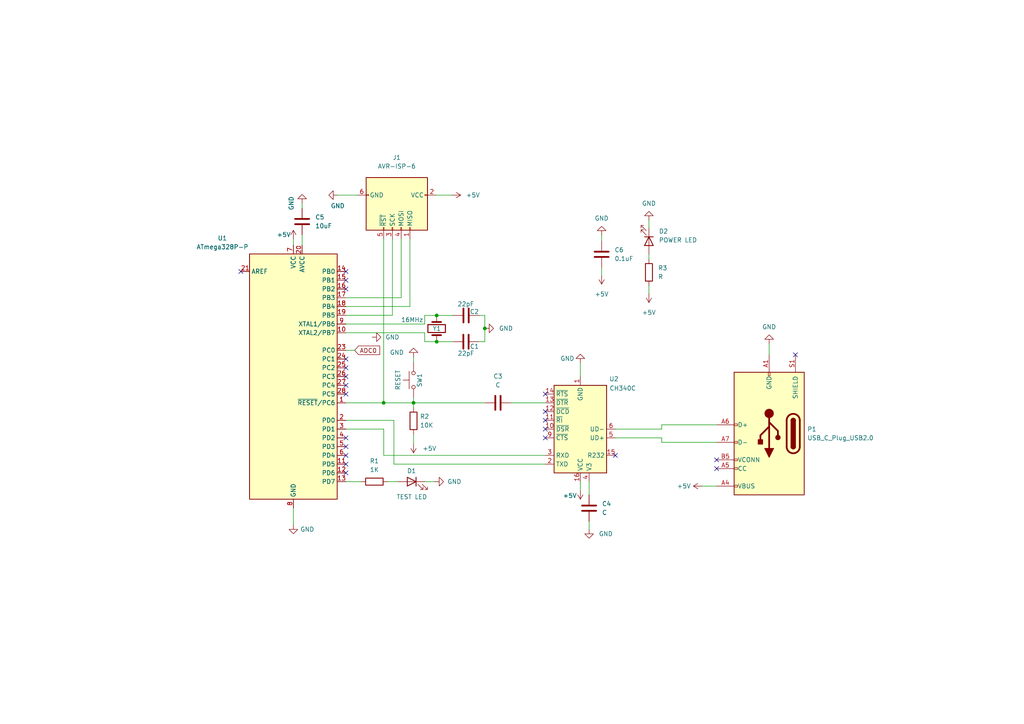
<source format=kicad_sch>
(kicad_sch (version 20211123) (generator eeschema)
  (paper "A4")
  (title_block (title "ATmega328P TQFP with CH340") (company "Nicola Strappazzon C."))
  (lib_symbols
    (symbol "Connector:AVR-ISP-6" (pin_names (offset 1.016))
      (property "Reference" "J" (at -6.35 11.43 0))
      (property "Value" "AVR-ISP-6" (at 0 11.43 0))
      (symbol "AVR-ISP-6_0_1"
        (rectangle (start -2.667 -6.858) (end -2.413 -7.62))
        (rectangle (start -2.667 10.16) (end -2.413 9.398))
        (rectangle (start 7.62 -2.413) (end 6.858 -2.667))
        (rectangle (start 7.62 0.127) (end 6.858 -0.127))
        (rectangle (start 7.62 2.667) (end 6.858 2.413))
        (rectangle (start 7.62 5.207) (end 6.858 4.953))
        (rectangle (start 7.62 10.16) (end -7.62 -7.62) (stroke (width 0.254)) (fill (type background)))
      )
      (symbol "AVR-ISP-6_1_1"
        (pin passive line (at 10.16 5.08 180) (length 2.54) (name "MISO") (number "1"))
        (pin passive line (at -2.54 12.7 270) (length 2.54) (name "VCC") (number "2"))
        (pin passive line (at 10.16 0 180) (length 2.54) (name "SCK") (number "3"))
        (pin passive line (at 10.16 2.54 180) (length 2.54) (name "MOSI") (number "4"))
        (pin passive line (at 10.16 -2.54 180) (length 2.54) (name "~{RST}") (number "5"))
        (pin passive line (at -2.54 -10.16 90) (length 2.54) (name "GND") (number "6"))
      )
    )
    (symbol "Connector:USB_C_Plug_USB2.0" (pin_names (offset 1.016))
      (property "Reference" "P" (at -10.16 19.05 0))
      (property "Value" "USB_C_Plug_USB2.0" (at 12.7 19.05 0))
      (symbol "USB_C_Plug_USB2.0_0_0"
        (rectangle (start -0.254 -17.78) (end 0.254 -16.764))
        (rectangle (start 10.16 -2.286) (end 9.144 -2.794))
        (rectangle (start 10.16 2.794) (end 9.144 2.286))
        (rectangle (start 10.16 7.874) (end 9.144 7.366))
        (rectangle (start 10.16 10.414) (end 9.144 9.906))
        (rectangle (start 10.16 15.494) (end 9.144 14.986))
      )
      (symbol "USB_C_Plug_USB2.0_0_1"
        (rectangle (start -10.16 17.78) (end 10.16 -17.78) (stroke (width 0.254)) (fill (type background)))
        (arc (start -8.89 -3.81) (mid -6.985 -5.715) (end -5.08 -3.81) (stroke (width 0.508)))
        (arc (start -7.62 -3.81) (mid -6.985 -4.445) (end -6.35 -3.81) (stroke (width 0.254)))
        (arc (start -7.62 -3.81) (mid -6.985 -4.445) (end -6.35 -3.81) (stroke (width 0.254)) (fill (type outline)))
        (rectangle (start -7.62 -3.81) (end -6.35 3.81) (stroke (width 0.254)) (fill (type outline)))
        (arc (start -6.35 3.81) (mid -6.985 4.445) (end -7.62 3.81) (stroke (width 0.254)))
        (arc (start -6.35 3.81) (mid -6.985 4.445) (end -7.62 3.81) (stroke (width 0.254)) (fill (type outline)))
        (arc (start -5.08 3.81) (mid -6.985 5.715) (end -8.89 3.81) (stroke (width 0.508)))
        (circle (center -2.54 1.143) (radius 0.635) (stroke (width 0.254)) (fill (type outline)))
        (circle (center 0 -5.842) (radius 1.27) (fill (type outline)))
        (polyline (pts (xy -8.89 -3.81) (xy -8.89 3.81)) (stroke (width 0.508)))
        (polyline (pts (xy -5.08 3.81) (xy -5.08 -3.81)) (stroke (width 0.508)))
        (polyline (pts (xy 0 -5.842) (xy 0 4.318)) (stroke (width 0.508)))
        (polyline (pts (xy 0 -3.302) (xy -2.54 -0.762) (xy -2.54 0.508)) (stroke (width 0.508)))
        (polyline (pts (xy 0 -2.032) (xy 2.54 0.508) (xy 2.54 1.778)) (stroke (width 0.508)))
        (polyline (pts (xy -1.27 4.318) (xy 0 6.858) (xy 1.27 4.318) (xy -1.27 4.318)) (stroke (width 0.254)) (fill (type outline)))
        (rectangle (start 1.905 1.778) (end 3.175 3.048) (stroke (width 0.254)) (fill (type outline)))
      )
      (symbol "USB_C_Plug_USB2.0_1_1"
        (pin passive line (at 0 -22.86 90) (length 5.08) (name "GND") (number "A1"))
        (pin passive line (at 0 -22.86 90) (length 5.08) hide (name "GND") (number "A12"))
        (pin passive line (at 15.24 15.24 180) (length 5.08) (name "VBUS") (number "A4"))
        (pin bidirectional line (at 15.24 10.16 180) (length 5.08) (name "CC") (number "A5"))
        (pin bidirectional line (at 15.24 -2.54 180) (length 5.08) (name "D+") (number "A6"))
        (pin bidirectional line (at 15.24 2.54 180) (length 5.08) (name "D-") (number "A7"))
        (pin passive line (at 15.24 15.24 180) (length 5.08) hide (name "VBUS") (number "A9"))
        (pin passive line (at 0 -22.86 90) (length 5.08) hide (name "GND") (number "B1"))
        (pin passive line (at 0 -22.86 90) (length 5.08) hide (name "GND") (number "B12"))
        (pin passive line (at 15.24 15.24 180) (length 5.08) hide (name "VBUS") (number "B4"))
        (pin bidirectional line (at 15.24 7.62 180) (length 5.08) (name "VCONN") (number "B5"))
        (pin passive line (at 15.24 15.24 180) (length 5.08) hide (name "VBUS") (number "B9"))
        (pin passive line (at -7.62 -22.86 90) (length 5.08) (name "SHIELD") (number "S1"))
      )
    )
    (symbol "Device:C" (pin_numbers hide) (pin_names (offset 0.254))
      (property "Reference" "C" (at 0.635 2.54 0))
      (property "Value" "C" (at 0.635 -2.54 0))
      (symbol "C_0_1"
        (polyline (pts (xy -2.032 -0.762) (xy 2.032 -0.762)) (stroke (width 0.508)))
        (polyline (pts (xy -2.032 0.762) (xy 2.032 0.762)) (stroke (width 0.508)))
      )
      (symbol "C_1_1"
        (pin passive line (at 0 3.81 270) (length 2.794) (name "~") (number "1"))
        (pin passive line (at 0 -3.81 90) (length 2.794) (name "~") (number "2"))
      )
    )
    (symbol "Device:Crystal" (pin_numbers hide) (pin_names (offset 1.016) hide)
      (property "Reference" "Y" (at 0 3.81 0))
      (property "Value" "Crystal" (at 0 -3.81 0))
      (symbol "Crystal_0_1"
        (rectangle (start -1.143 2.54) (end 1.143 -2.54) (stroke (width 0.3048)))
        (polyline (pts (xy -2.54 0) (xy -1.905 0)))
        (polyline (pts (xy -1.905 -1.27) (xy -1.905 1.27)) (stroke (width 0.508)))
        (polyline (pts (xy 1.905 -1.27) (xy 1.905 1.27)) (stroke (width 0.508)))
        (polyline (pts (xy 2.54 0) (xy 1.905 0)))
      )
      (symbol "Crystal_1_1"
        (pin passive line (at -3.81 0 0) (length 1.27) (name "1") (number "1"))
        (pin passive line (at 3.81 0 180) (length 1.27) (name "2") (number "2"))
      )
    )
    (symbol "Device:LED" (pin_numbers hide) (pin_names (offset 1.016) hide)
      (property "Reference" "D" (at 0 2.54 0))
      (property "Value" "LED" (at 0 -2.54 0))
      (symbol "LED_0_1"
        (polyline (pts (xy -1.27 -1.27) (xy -1.27 1.27)) (stroke (width 0.254)))
        (polyline (pts (xy -1.27 0) (xy 1.27 0)))
        (polyline (pts (xy 1.27 -1.27) (xy 1.27 1.27) (xy -1.27 0) (xy 1.27 -1.27)) (stroke (width 0.254)))
        (polyline (pts (xy -3.048 -0.762) (xy -4.572 -2.286) (xy -3.81 -2.286) (xy -4.572 -2.286) (xy -4.572 -1.524)))
        (polyline (pts (xy -1.778 -0.762) (xy -3.302 -2.286) (xy -2.54 -2.286) (xy -3.302 -2.286) (xy -3.302 -1.524)))
      )
      (symbol "LED_1_1"
        (pin passive line (at -3.81 0 0) (length 2.54) (name "K") (number "1"))
        (pin passive line (at 3.81 0 180) (length 2.54) (name "A") (number "2"))
      )
    )
    (symbol "Device:R" (pin_numbers hide) (pin_names (offset 0))
      (property "Reference" "R" (at 2.032 0 90))
      (property "Value" "R" (at 0 0 90))
      (symbol "R_0_1"
        (rectangle (start -1.016 -2.54) (end 1.016 2.54) (stroke (width 0.254)))
      )
      (symbol "R_1_1"
        (pin passive line (at 0 3.81 270) (length 1.27) (name "~") (number "1"))
        (pin passive line (at 0 -3.81 90) (length 1.27) (name "~") (number "2"))
      )
    )
    (symbol "Interface_USB:CH340C"
      (property "Reference" "U" (at -5.08 13.97 0))
      (property "Value" "CH340C" (at 1.27 13.97 0))
      (symbol "CH340C_0_1"
        (rectangle (start -7.62 12.7) (end 7.62 -12.7) (stroke (width 0.254)) (fill (type background)))
      )
      (symbol "CH340C_1_1"
        (pin power_in line (at 0 -15.24 90) (length 2.54) (name "GND") (number "1"))
        (pin input line (at 10.16 0 180) (length 2.54) (name "~{DSR}") (number "10"))
        (pin input line (at 10.16 -2.54 180) (length 2.54) (name "~{RI}") (number "11"))
        (pin input line (at 10.16 -5.08 180) (length 2.54) (name "~{DCD}") (number "12"))
        (pin output line (at 10.16 -7.62 180) (length 2.54) (name "~{DTR}") (number "13"))
        (pin output line (at 10.16 -10.16 180) (length 2.54) (name "~{RTS}") (number "14"))
        (pin input line (at -10.16 7.62 0) (length 2.54) (name "R232") (number "15"))
        (pin power_in line (at 0 15.24 270) (length 2.54) (name "VCC") (number "16"))
        (pin output line (at 10.16 10.16 180) (length 2.54) (name "TXD") (number "2"))
        (pin input line (at 10.16 7.62 180) (length 2.54) (name "RXD") (number "3"))
        (pin passive line (at -2.54 15.24 270) (length 2.54) (name "V3") (number "4"))
        (pin bidirectional line (at -10.16 2.54 0) (length 2.54) (name "UD+") (number "5"))
        (pin bidirectional line (at -10.16 0 0) (length 2.54) (name "UD-") (number "6"))
        (pin no_connect line (at -7.62 -7.62 0) (length 2.54) hide (name "NC") (number "7"))
        (pin no_connect line (at -7.62 -10.16 0) (length 2.54) hide (name "NC") (number "8"))
        (pin input line (at 10.16 2.54 180) (length 2.54) (name "~{CTS}") (number "9"))
      )
    )
    (symbol "MCU_Microchip_ATmega:ATmega328P-P"
      (property "Reference" "U" (at -12.7 36.83 0))
      (property "Value" "ATmega328P-P" (at 2.54 -36.83 0))
      (symbol "ATmega328P-P_0_1"
        (rectangle (start -12.7 -35.56) (end 12.7 35.56) (stroke (width 0.254)) (fill (type background)))
      )
      (symbol "ATmega328P-P_1_1"
        (pin bidirectional line (at 15.24 -7.62 180) (length 2.54) (name "~{RESET}/PC6") (number "1"))
        (pin bidirectional line (at 15.24 12.7 180) (length 2.54) (name "XTAL2/PB7") (number "10"))
        (pin bidirectional line (at 15.24 -25.4 180) (length 2.54) (name "PD5") (number "11"))
        (pin bidirectional line (at 15.24 -27.94 180) (length 2.54) (name "PD6") (number "12"))
        (pin bidirectional line (at 15.24 -30.48 180) (length 2.54) (name "PD7") (number "13"))
        (pin bidirectional line (at 15.24 30.48 180) (length 2.54) (name "PB0") (number "14"))
        (pin bidirectional line (at 15.24 27.94 180) (length 2.54) (name "PB1") (number "15"))
        (pin bidirectional line (at 15.24 25.4 180) (length 2.54) (name "PB2") (number "16"))
        (pin bidirectional line (at 15.24 22.86 180) (length 2.54) (name "PB3") (number "17"))
        (pin bidirectional line (at 15.24 20.32 180) (length 2.54) (name "PB4") (number "18"))
        (pin bidirectional line (at 15.24 17.78 180) (length 2.54) (name "PB5") (number "19"))
        (pin bidirectional line (at 15.24 -12.7 180) (length 2.54) (name "PD0") (number "2"))
        (pin power_in line (at 2.54 38.1 270) (length 2.54) (name "AVCC") (number "20"))
        (pin passive line (at -15.24 30.48 0) (length 2.54) (name "AREF") (number "21"))
        (pin passive line (at 0 -38.1 90) (length 2.54) hide (name "GND") (number "22"))
        (pin bidirectional line (at 15.24 7.62 180) (length 2.54) (name "PC0") (number "23"))
        (pin bidirectional line (at 15.24 5.08 180) (length 2.54) (name "PC1") (number "24"))
        (pin bidirectional line (at 15.24 2.54 180) (length 2.54) (name "PC2") (number "25"))
        (pin bidirectional line (at 15.24 0 180) (length 2.54) (name "PC3") (number "26"))
        (pin bidirectional line (at 15.24 -2.54 180) (length 2.54) (name "PC4") (number "27"))
        (pin bidirectional line (at 15.24 -5.08 180) (length 2.54) (name "PC5") (number "28"))
        (pin bidirectional line (at 15.24 -15.24 180) (length 2.54) (name "PD1") (number "3"))
        (pin bidirectional line (at 15.24 -17.78 180) (length 2.54) (name "PD2") (number "4"))
        (pin bidirectional line (at 15.24 -20.32 180) (length 2.54) (name "PD3") (number "5"))
        (pin bidirectional line (at 15.24 -22.86 180) (length 2.54) (name "PD4") (number "6"))
        (pin power_in line (at 0 38.1 270) (length 2.54) (name "VCC") (number "7"))
        (pin power_in line (at 0 -38.1 90) (length 2.54) (name "GND") (number "8"))
        (pin bidirectional line (at 15.24 15.24 180) (length 2.54) (name "XTAL1/PB6") (number "9"))
      )
    )
    (symbol "Switch:SW_Push" (pin_numbers hide) (pin_names (offset 1.016) hide)
      (property "Reference" "SW" (at 1.27 2.54 0))
      (property "Value" "SW_Push" (at 0 -1.524 0))
      (symbol "SW_Push_0_1"
        (circle (center -2.032 0) (radius 0.508))
        (polyline (pts (xy 0 1.27) (xy 0 3.048)))
        (polyline (pts (xy 2.54 1.27) (xy -2.54 1.27)))
        (circle (center 2.032 0) (radius 0.508))
        (pin passive line (at -5.08 0 0) (length 2.54) (name "1") (number "1"))
        (pin passive line (at 5.08 0 180) (length 2.54) (name "2") (number "2"))
      )
    )
    (symbol "power:+5V" (power) (pin_names (offset 0))
      (property "Value" "+5V" (at 0 3.556 0))
      (symbol "+5V_0_1"
        (polyline (pts (xy -0.762 1.27) (xy 0 2.54)))
        (polyline (pts (xy 0 0) (xy 0 2.54)))
        (polyline (pts (xy 0 2.54) (xy 0.762 1.27)))
      )
      (symbol "+5V_1_1"
        (pin power_in line (at 0 0 90) (length 0) hide (name "+5V") (number "1"))
      )
    )
    (symbol "power:GND" (power) (pin_names (offset 0))
      (property "Value" "GND" (at 0 -3.81 0))
      (symbol "GND_0_1"
        (polyline (pts (xy 0 0) (xy 0 -1.27) (xy 1.27 -1.27) (xy 0 -2.54) (xy -1.27 -1.27) (xy 0 -1.27)))
      )
      (symbol "GND_1_1"
        (pin power_in line (at 0 0 270) (length 0) hide (name "GND") (number "1"))
      )
    )
  )
  (junction (at 119.9388 116.84))
  (junction (at 140.6144 95.25))
  (junction (at 126.6444 99.1108))
  (junction (at 111.2774 116.84))
  (junction (at 126.6444 91.4908))
  (no_connect (at 100.33 81.28))
  (no_connect (at 158.1658 121.92))
  (no_connect (at 158.1658 124.46))
  (no_connect (at 100.33 134.62))
  (no_connect (at 100.33 132.08))
  (no_connect (at 158.1658 119.38))
  (no_connect (at 100.33 106.68))
  (no_connect (at 100.33 127))
  (no_connect (at 178.4858 132.08))
  (no_connect (at 100.33 104.14))
  (no_connect (at 207.8482 135.9154))
  (no_connect (at 230.7082 102.8954))
  (no_connect (at 100.33 114.3))
  (no_connect (at 158.1658 127))
  (no_connect (at 100.33 137.16))
  (no_connect (at 100.33 109.22))
  (no_connect (at 100.33 78.74))
  (no_connect (at 100.33 129.54))
  (no_connect (at 69.85 78.74))
  (no_connect (at 100.33 83.82))
  (no_connect (at 100.33 111.76))
  (no_connect (at 158.1658 114.3))
  (no_connect (at 207.8482 133.3754))
  (wire (pts (xy 118.8974 69.2912) (xy 118.8974 88.9)))
  (wire (pts (xy 191.9224 124.46) (xy 191.9224 123.2154)))
  (wire (pts (xy 116.3574 69.2912) (xy 116.3574 86.36)))
  (wire (pts (xy 148.2344 116.84) (xy 158.1658 116.84)))
  (wire (pts (xy 123.19 99.1108) (xy 126.6444 99.1108)))
  (wire (pts (xy 100.33 96.52) (xy 123.19 96.52)))
  (wire (pts (xy 100.33 121.92) (xy 114.2492 121.92)))
  (wire (pts (xy 100.33 139.7) (xy 104.775 139.7)))
  (wire (pts (xy 111.2774 116.84) (xy 100.33 116.84)))
  (wire (pts (xy 123.19 96.52) (xy 123.19 99.1108)))
  (wire (pts (xy 100.33 93.98) (xy 123.19 93.98)))
  (wire (pts (xy 111.2774 116.84) (xy 119.9388 116.84)))
  (wire (pts (xy 123.2154 139.7) (xy 126.111 139.7)))
  (wire (pts (xy 170.8658 139.7) (xy 170.8658 143.5862)))
  (wire (pts (xy 126.6444 91.4908) (xy 131.3688 91.4908)))
  (wire (pts (xy 111.3028 124.46) (xy 100.33 124.46)))
  (wire (pts (xy 140.6144 95.25) (xy 140.6144 99.1108)))
  (wire (pts (xy 191.9224 127) (xy 191.9224 128.2954)))
  (wire (pts (xy 178.4858 124.46) (xy 191.9224 124.46)))
  (wire (pts (xy 191.9224 123.2154) (xy 207.8482 123.2154)))
  (wire (pts (xy 114.2492 134.62) (xy 114.2492 121.92)))
  (wire (pts (xy 87.63 58.928) (xy 87.63 60.452)))
  (wire (pts (xy 113.8174 91.44) (xy 100.33 91.44)))
  (wire (pts (xy 112.395 139.7) (xy 115.5954 139.7)))
  (wire (pts (xy 158.1658 134.62) (xy 114.2492 134.62)))
  (wire (pts (xy 188.214 63.8556) (xy 188.214 66.1416)))
  (wire (pts (xy 203.6572 140.9954) (xy 207.8482 140.9954)))
  (wire (pts (xy 168.3258 105.2576) (xy 168.3258 109.22)))
  (wire (pts (xy 178.4858 127) (xy 191.9224 127)))
  (wire (pts (xy 191.9224 128.2954) (xy 207.8482 128.2954)))
  (wire (pts (xy 116.3574 86.36) (xy 100.33 86.36)))
  (wire (pts (xy 158.1658 132.08) (xy 111.3028 132.08)))
  (wire (pts (xy 87.63 68.072) (xy 87.63 71.12)))
  (wire (pts (xy 123.19 91.4908) (xy 126.6444 91.4908)))
  (wire (pts (xy 119.9388 116.84) (xy 119.9388 118.2624)))
  (wire (pts (xy 140.6144 99.1108) (xy 138.9634 99.1108)))
  (wire (pts (xy 119.9388 125.8824) (xy 119.9388 128.8034)))
  (wire (pts (xy 118.8974 88.9) (xy 100.33 88.9)))
  (wire (pts (xy 85.09 69.342) (xy 85.09 71.12)))
  (wire (pts (xy 123.19 93.98) (xy 123.19 91.4908)))
  (wire (pts (xy 170.8658 151.2062) (xy 170.8658 153.5684)))
  (wire (pts (xy 168.3258 139.7) (xy 168.3258 142.24)))
  (wire (pts (xy 223.0882 99.6696) (xy 223.0882 102.8954)))
  (wire (pts (xy 140.6144 91.4908) (xy 140.6144 95.25)))
  (wire (pts (xy 111.3028 132.08) (xy 111.3028 124.46)))
  (wire (pts (xy 97.917 56.5912) (xy 103.6574 56.5912)))
  (wire (pts (xy 85.09 147.32) (xy 85.09 152.273)))
  (wire (pts (xy 119.9388 115.316) (xy 119.9388 116.84)))
  (wire (pts (xy 188.214 82.804) (xy 188.214 85.1916)))
  (wire (pts (xy 113.8174 69.2912) (xy 113.8174 91.44)))
  (wire (pts (xy 100.33 101.6) (xy 102.87 101.6)))
  (wire (pts (xy 188.214 73.7616) (xy 188.214 75.184)))
  (wire (pts (xy 138.9888 91.4908) (xy 140.6144 91.4908)))
  (wire (pts (xy 111.2774 69.2912) (xy 111.2774 116.84)))
  (wire (pts (xy 174.498 77.5716) (xy 174.498 79.8576)))
  (wire (pts (xy 119.9388 116.84) (xy 140.6144 116.84)))
  (wire (pts (xy 119.9388 105.156) (xy 119.9388 103.505)))
  (wire (pts (xy 126.5174 56.5912) (xy 131.064 56.5912)))
  (wire (pts (xy 126.6444 99.1108) (xy 131.3434 99.1108)))
  (wire (pts (xy 174.498 68.1736) (xy 174.498 69.9516)))
  (global_label "ADC0" (shape input) (at 102.87 101.6 0) (property "Intersheet References" "${INTERSHEET_REFS}" (effects hide)))
  (symbol (lib_id "power:GND") (at 107.95 97.79 90) (unit 1)
    (property "Reference" "#PWR?" (effects hide))
    (property "Value" "GND" (at 111.76 97.7899 90) (effects (justify right)))
  )
  (symbol (lib_id "Device:LED") (at 119.4054 139.7 0) (mirror y) (unit 1)
    (property "Reference" "D1" (at 119.38 136.5758 0))
    (property "Value" "TEST LED" (at 119.4308 144.1196 0))
  )
  (symbol (lib_id "power:GND") (at 119.9388 103.505 180) (unit 1)
    (property "Reference" "#PWR04" (effects hide))
    (property "Value" "GND" (at 117.1448 102.2351 0) (effects (justify left)))
  )
  (symbol (lib_id "power:GND") (at 170.8658 153.5684 0) (unit 1)
    (property "Reference" "#PWR012" (effects hide))
    (property "Value" "GND" (at 173.6598 154.8383 0) (effects (justify left)))
  )
  (symbol (lib_id "power:GND") (at 140.6144 95.25 90) (unit 1)
    (property "Reference" "#PWR08" (effects hide))
    (property "Value" "GND" (at 144.7038 95.2499 90) (effects (justify right)))
  )
  (symbol (lib_id "power:+5V") (at 203.6572 140.9954 90) (unit 1)
    (property "Reference" "#PWR013" (effects hide))
    (property "Value" "+5V" (at 200.406 140.9953 90) (effects (justify left)))
  )
  (symbol (lib_id "Device:C") (at 144.4244 116.84 90) (unit 1)
    (property "Reference" "C3" (at 144.4244 109.1438 90))
    (property "Value" "C" (at 144.4244 111.6838 90))
  )
  (symbol (lib_id "power:GND") (at 97.917 56.5912 270) (unit 1)
    (property "Reference" "#PWR03" (effects hide))
    (property "Value" "GND" (at 95.9104 59.7154 90) (effects (justify left)))
  )
  (symbol (lib_id "power:+5V") (at 188.214 85.1916 180) (unit 1)
    (property "Reference" "#PWR018" (effects hide))
    (property "Value" "+5V" (at 188.214 90.6526 0))
  )
  (symbol (lib_id "Device:R") (at 119.9388 122.0724 0) (unit 1)
    (property "Reference" "R2" (at 121.793 120.8023 0) (effects (justify left)))
    (property "Value" "10K" (at 121.793 123.3423 0) (effects (justify left)))
  )
  (symbol (lib_id "power:GND") (at 223.0882 99.6696 180) (unit 1)
    (property "Reference" "#PWR014" (effects hide))
    (property "Value" "GND" (at 223.0882 94.8182 0))
  )
  (symbol (lib_id "Switch:SW_Push") (at 119.9388 110.236 90) (unit 1)
    (property "Reference" "SW1" (at 121.6914 110.2868 0))
    (property "Value" "RESET" (at 115.4176 110.2106 0))
  )
  (symbol (lib_id "Device:C") (at 135.1534 99.1108 270) (unit 1)
    (property "Reference" "C1" (at 137.6172 100.4824 90))
    (property "Value" "22pF" (at 135.1534 102.489 90))
  )
  (symbol (lib_id "Device:C") (at 87.63 64.262 180) (unit 1)
    (property "Reference" "C5" (at 91.4146 62.9919 0) (effects (justify right)))
    (property "Value" "10uF" (at 91.4146 65.5319 0) (effects (justify right)))
  )
  (symbol (lib_id "power:GND") (at 168.3258 105.2576 180) (unit 1)
    (property "Reference" "#PWR010" (effects hide))
    (property "Value" "GND" (at 162.5092 103.9876 0) (effects (justify right)))
  )
  (symbol (lib_id "Connector:USB_C_Plug_USB2.0") (at 223.0882 125.7554 180) (unit 1)
    (property "Reference" "P1" (at 234.1372 124.4853 0) (effects (justify right)))
    (property "Value" "USB_C_Plug_USB2.0" (at 234.1372 127.0253 0) (effects (justify right)))
    (property "Datasheet" "https://www.usb.org/sites/default/files/documents/usb_type-c.zip" (effects hide))
  )
  (symbol (lib_id "power:GND") (at 87.63 58.928 180) (unit 1)
    (property "Reference" "#PWR016" (effects hide))
    (property "Value" "GND" (at 84.5058 56.9214 90) (effects (justify left)))
  )
  (symbol (lib_id "power:+5V") (at 174.498 79.8576 180) (unit 1)
    (property "Reference" "#PWR09" (effects hide))
    (property "Value" "+5V" (at 174.498 85.3186 0))
  )
  (symbol (lib_id "MCU_Microchip_ATmega:ATmega328P-P") (at 85.09 109.22 0) (unit 1)
    (property "Reference" "U1" (at 64.516 69.088 0))
    (property "Value" "ATmega328P-P" (at 64.516 71.628 0))
    (property "Footprint" "Package_DIP:DIP-28_W7.62mm" (effects hide))
    (property "Datasheet" "http://ww1.microchip.com/downloads/en/DeviceDoc/ATmega328_P%20AVR%20MCU%20with%20picoPower%20Technology%20Data%20Sheet%2040001984A.pdf" (effects hide))
  )
  (symbol (lib_id "power:+5V") (at 168.3258 142.24 180) (unit 1)
    (property "Reference" "#PWR011" (effects hide))
    (property "Value" "+5V" (at 163.2204 143.764 0) (effects (justify right)))
  )
  (symbol (lib_id "Device:C") (at 135.1788 91.4908 90) (unit 1)
    (property "Reference" "C2" (at 137.5918 90.3986 90))
    (property "Value" "22pF" (at 135.1026 88.1888 90))
  )
  (symbol (lib_id "power:+5V") (at 119.9388 128.8034 180) (unit 1)
    (property "Reference" "#PWR05" (effects hide))
    (property "Value" "+5V" (at 122.5042 130.0733 0) (effects (justify right)))
  )
  (symbol (lib_id "Device:C") (at 174.498 73.7616 180) (unit 1)
    (property "Reference" "C6" (at 178.2318 72.4915 0) (effects (justify right)))
    (property "Value" "0.1uF" (at 178.2318 75.0315 0) (effects (justify right)))
  )
  (symbol (lib_id "Device:LED") (at 188.214 69.9516 270) (unit 1)
    (property "Reference" "D2" (at 191.0842 67.094 90) (effects (justify left)))
    (property "Value" "POWER LED" (at 191.0842 69.634 90) (effects (justify left)))
  )
  (symbol (lib_id "Device:R") (at 188.214 78.994 180) (unit 1)
    (property "Reference" "R3" (at 190.8556 77.7239 0) (effects (justify right)))
    (property "Value" "R" (at 190.8556 80.2639 0) (effects (justify right)))
  )
  (symbol (lib_id "Interface_USB:CH340C") (at 168.3258 124.46 180) (unit 1)
    (property "Reference" "U2" (at 176.6824 109.9058 0) (effects (justify right)))
    (property "Value" "CH340C" (at 176.7586 112.6236 0) (effects (justify right)))
    (property "Footprint" "Package_SO:SOIC-16_3.9x9.9mm_P1.27mm" (effects hide))
    (property "Datasheet" "https://datasheet.lcsc.com/szlcsc/Jiangsu-Qin-Heng-CH340C_C84681.pdf" (effects hide))
  )
  (symbol (lib_id "power:+5V") (at 85.09 69.342 0) (unit 1)
    (property "Reference" "#PWR02" (effects hide))
    (property "Value" "+5V" (at 80.264 68.072 0) (effects (justify left)))
  )
  (symbol (lib_id "Device:C") (at 170.8658 147.3962 180) (unit 1)
    (property "Reference" "C4" (at 174.5996 146.1261 0) (effects (justify right)))
    (property "Value" "C" (at 174.5996 148.6661 0) (effects (justify right)))
  )
  (symbol (lib_id "Device:R") (at 108.585 139.7 90) (unit 1)
    (property "Reference" "R1" (at 108.585 133.7056 90))
    (property "Value" "1K" (at 108.585 136.2456 90))
  )
  (symbol (lib_id "Connector:AVR-ISP-6") (at 113.8174 59.1312 270) (unit 1)
    (property "Reference" "J1" (at 115.0874 45.6946 90))
    (property "Value" "AVR-ISP-6" (at 115.0874 48.2346 90))
    (property "Datasheet" " ~" (effects hide))
  )
  (symbol (lib_id "power:GND") (at 174.498 68.1736 180) (unit 1)
    (property "Reference" "#PWR015" (effects hide))
    (property "Value" "GND" (at 174.498 63.3222 0))
  )
  (symbol (lib_id "power:GND") (at 126.111 139.7 90) (unit 1)
    (property "Reference" "#PWR06" (effects hide))
    (property "Value" "GND" (at 129.7432 139.6999 90) (effects (justify right)))
  )
  (symbol (lib_id "power:+5V") (at 131.064 56.5912 270) (unit 1)
    (property "Reference" "#PWR07" (effects hide))
    (property "Value" "+5V" (at 135.128 56.5911 90) (effects (justify left)))
  )
  (symbol (lib_id "Device:Crystal") (at 126.6444 95.3008 90) (unit 1)
    (property "Reference" "Y1" (at 125.4252 95.3008 90) (effects (justify right)))
    (property "Value" "16MHz" (at 116.3066 92.7608 90) (effects (justify right)))
  )
  (symbol (lib_id "power:GND") (at 85.09 152.273 0) (unit 1)
    (property "Reference" "#PWR01" (effects hide))
    (property "Value" "GND" (at 87.0712 153.5429 0) (effects (justify left)))
  )
  (symbol (lib_id "power:GND") (at 188.214 63.8556 180) (unit 1)
    (property "Reference" "#PWR017" (effects hide))
    (property "Value" "GND" (at 188.214 59.0042 0))
  )
)
</source>
